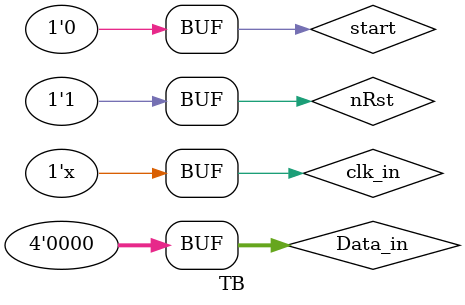
<source format=v>
`timescale 1ns / 1ps
`include "Huffman.v"

module TB();
    reg clk_in;
    reg nRst;
    reg start;
    reg [3:0]Data_in;

    wire Out;
    wire Outt;

    Huffman uut(
        .Clk_in(clk_in),
        .n_Rst(nRst),
        .Start(start),
        .Data_in(Data_in),
        .Out(Out),
        .Outt(Outt)
    );

initial begin
        clk_in = 0;
        nRst = 0;
        Data_in = 4'hf;
        start = 0;

        #500;
        nRst = 1;

        start = 1;
        #1;
        start = 0;

        #19;

        Data_in = 4'b1001; #390;
        Data_in = 4'b0001; #400;
        Data_in = 4'b0010; #260;
        Data_in = 4'b0011; #140;
        Data_in = 4'b0100; #380;
        Data_in = 4'b0101; #230;
        Data_in = 4'b0110; #70;
        Data_in = 4'b0111; #120;
        Data_in = 4'b1000; #40;
        Data_in = 4'b0000; #530;

    end

    always #5 clk_in = ~clk_in;

endmodule

</source>
